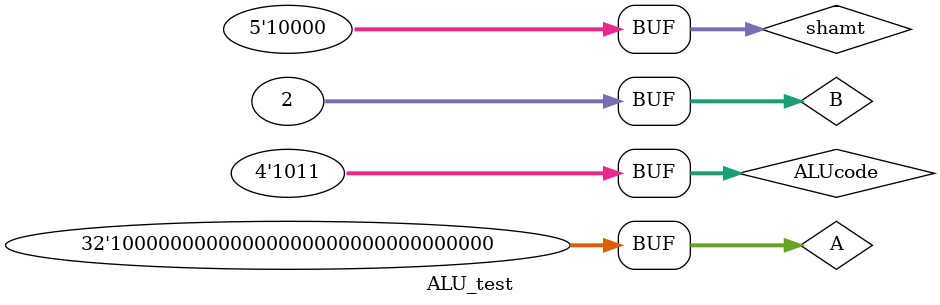
<source format=v>
`timescale 1ns / 1ps


module ALU_test;

	// Inputs
	reg [31:0] A;
	reg [31:0] B;
	reg [3:0] ALUcode;
	reg [4:0] shamt;

	// Outputs
	wire [31:0] result;
	wire fzero;
	wire fsign;
	wire fcarry;
	wire fequal;

	// Instantiate the Unit Under Test (UUT)
	ALU uut (
		.A(A), 
		.B(B), 
		.ALUcode(ALUcode), 
		.shamt(shamt), 
		.result(result), 
		.fzero(fzero), 
		.fsign(fsign), 
		.fcarry(fcarry), 
		.fequal(fequal)
	);

	initial begin
		// Initialize Inputs
		A = 0;
		B = 0;
		ALUcode = 0;
		shamt = 0;

		// Wait 100 ns for global reset to finish
		#100;
        
		// Add stimulus here
		A = 32'd12; ALUcode = 4'b0000; #20;												// forward
		
		A = 32'd12; B = 32'd11; ALUcode = 4'b0001; #20;								// add
		B = 32'd11; ALUcode = 4'b0101; #20;												// complement
		
		A = 32'd15; B = 32'd8; ALUcode = 4'b0011; #20								// xor
		A = 32'd15; B = 32'd8; ALUcode = 4'b0010; #20								// and
		
		A = 32'd172; B = 32'd124; ALUcode = 4'b0100; #20							//diff
		
		A = 32'd4; ALUcode = 4'b1100; shamt = 5'd2; #20;									// shift-left-logical by 2 bits
      A = 32'd8; ALUcode = 4'b1110; shamt = 5'd2; #20;									// shift-right-logical by 2 bits
		A = 32'd4; ALUcode = 4'b1000; shamt = 5'd16; B = 32'd2; #20;					// shift-left-variable by 2 bits
		A = -32'd2147483648; ALUcode = 4'b1010; shamt = 5'd16; B = 32'd2; #20;		// shift-right-logical-variable by 2 bits
		A = 32'd8; ALUcode = 4'b1111; shamt = 5'd2;  B = 32'd50; #20;					// shift-right-arithmatic by 2 bits
		A = -32'd2147483648; ALUcode = 4'b1011; shamt = 5'd16;  B = 32'd2; #20;		// shift-right-arithmatic-variable by 2 bits
	end
      
endmodule


</source>
